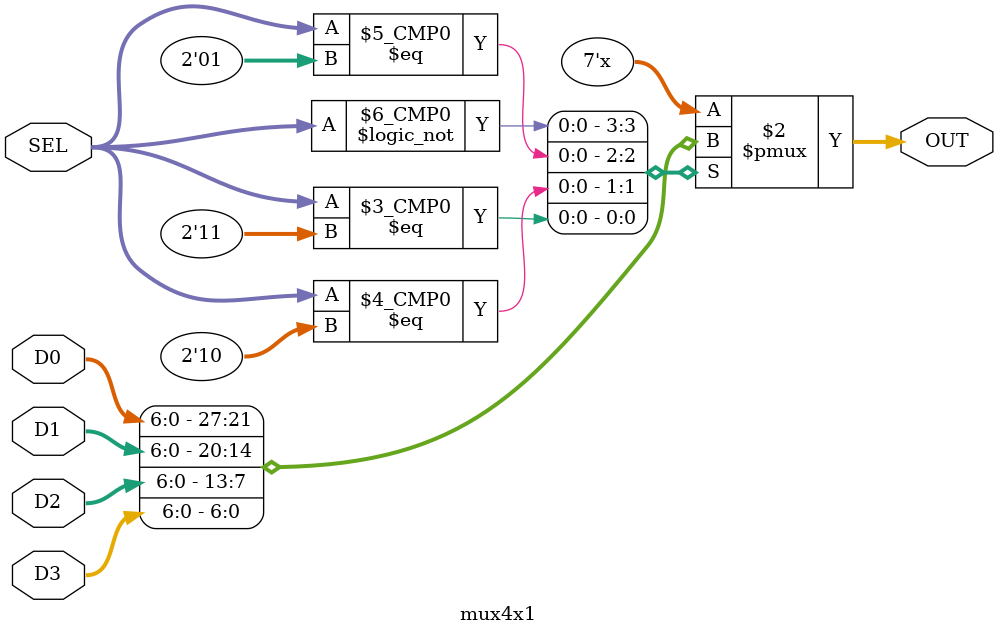
<source format=v>
/*------------------------------------------------------------------------
 * Arquivo   : mux4x1.v
 * Projeto   : Jogo do Desafio da Memoria
 *------------------------------------------------------------------------
 * Descricao : multiplexador 4x1
 *
 * adaptado a partir do codigo my_4t1_mux.vhd do livro "Free Range VHDL"
 *
 * exemplo de uso: ver testbench mux4x1_tb.v
 *------------------------------------------------------------------------
 * Revisoes  :
 *     Data        Versao  Autor             Descricao
 *     15/02/2024  1.0     Edson Midorikawa  criacao
 *     31/01/2025  1.1     Edson Midorikawa  revisao
 *------------------------------------------------------------------------
 */

module mux4x1 #(
    parameter N = 7
) (
    input [N-1:0] D0,
    input [N-1:0] D1,
    input [N-1:0] D2,
    input [N-1:0] D3,
    input [1:0] SEL,
    output reg [N-1:0] OUT
);

always @(*) begin
    case (SEL)
        2'b00:    OUT = D0;
        2'b01:    OUT = D1;
        2'b10:    OUT = D2;
        2'b11:    OUT = D3;
        default: OUT = {N{1'b0}};
    endcase
end

endmodule

</source>
